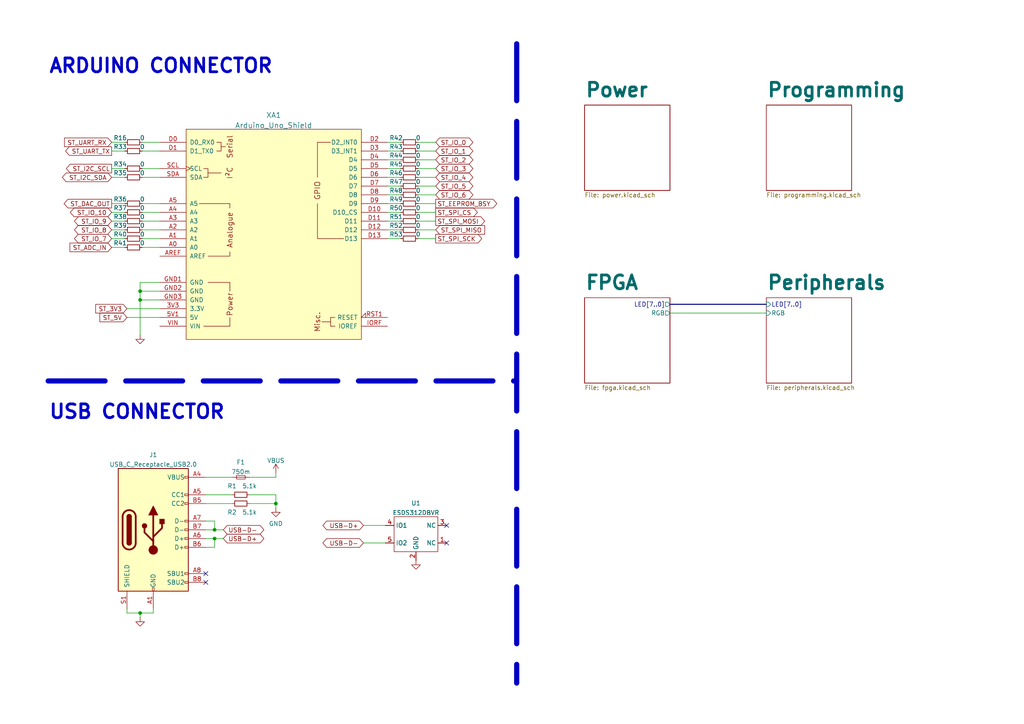
<source format=kicad_sch>
(kicad_sch (version 20230121) (generator eeschema)
  (paper "A4")
  (lib_symbols
    (symbol "Connector:USB_C_Receptacle_USB2.0" (pin_names (offset 1.016))
      (property "Reference" "J" (at -10.16 19.05 0))
      (property "Value" "USB_C_Receptacle_USB2.0" (at 19.05 19.05 0))
      (symbol "USB_C_Receptacle_USB2.0_0_0"
        (rectangle (start -0.254 -17.78) (end 0.254 -16.764))
        (rectangle (start 10.16 -14.986) (end 9.144 -15.494))
        (rectangle (start 10.16 -12.446) (end 9.144 -12.954))
        (rectangle (start 10.16 -4.826) (end 9.144 -5.334))
        (rectangle (start 10.16 -2.286) (end 9.144 -2.794))
        (rectangle (start 10.16 0.254) (end 9.144 -0.254))
        (rectangle (start 10.16 2.794) (end 9.144 2.286))
        (rectangle (start 10.16 7.874) (end 9.144 7.366))
        (rectangle (start 10.16 10.414) (end 9.144 9.906))
        (rectangle (start 10.16 15.494) (end 9.144 14.986))
      )
      (symbol "USB_C_Receptacle_USB2.0_0_1"
        (rectangle (start -10.16 17.78) (end 10.16 -17.78) (stroke (width 0.254)) (fill (type background)))
        (arc (start -8.89 -3.81) (mid -6.985 -5.7067) (end -5.08 -3.81) (stroke (width 0.508)))
        (arc (start -7.62 -3.81) (mid -6.985 -4.4423) (end -6.35 -3.81) (stroke (width 0.254)))
        (arc (start -7.62 -3.81) (mid -6.985 -4.4423) (end -6.35 -3.81) (stroke (width 0.254)) (fill (type outline)))
        (rectangle (start -7.62 -3.81) (end -6.35 3.81) (stroke (width 0.254)) (fill (type outline)))
        (arc (start -6.35 3.81) (mid -6.985 4.4423) (end -7.62 3.81) (stroke (width 0.254)))
        (arc (start -6.35 3.81) (mid -6.985 4.4423) (end -7.62 3.81) (stroke (width 0.254)) (fill (type outline)))
        (arc (start -5.08 3.81) (mid -6.985 5.7067) (end -8.89 3.81) (stroke (width 0.508)))
        (circle (center -2.54 1.143) (radius 0.635) (stroke (width 0.254)) (fill (type outline)))
        (circle (center 0 -5.842) (radius 1.27) (fill (type outline)))
        (polyline (pts (xy -8.89 -3.81) (xy -8.89 3.81)) (stroke (width 0.508)))
        (polyline (pts (xy -5.08 3.81) (xy -5.08 -3.81)) (stroke (width 0.508)))
        (polyline (pts (xy 0 -5.842) (xy 0 4.318)) (stroke (width 0.508)))
        (polyline (pts (xy 0 -3.302) (xy -2.54 -0.762) (xy -2.54 0.508)) (stroke (width 0.508)))
        (polyline (pts (xy 0 -2.032) (xy 2.54 0.508) (xy 2.54 1.778)) (stroke (width 0.508)))
        (polyline (pts (xy -1.27 4.318) (xy 0 6.858) (xy 1.27 4.318) (xy -1.27 4.318)) (stroke (width 0.254)) (fill (type outline)))
        (rectangle (start 1.905 1.778) (end 3.175 3.048) (stroke (width 0.254)) (fill (type outline)))
      )
      (symbol "USB_C_Receptacle_USB2.0_1_1"
        (pin passive line (at 0 -22.86 90) (length 5.08) (name "GND") (number "A1"))
        (pin passive line (at 0 -22.86 90) (length 5.08) hide (name "GND") (number "A12"))
        (pin passive line (at 15.24 15.24 180) (length 5.08) (name "VBUS") (number "A4"))
        (pin bidirectional line (at 15.24 10.16 180) (length 5.08) (name "CC1") (number "A5"))
        (pin bidirectional line (at 15.24 -2.54 180) (length 5.08) (name "D+") (number "A6"))
        (pin bidirectional line (at 15.24 2.54 180) (length 5.08) (name "D-") (number "A7"))
        (pin bidirectional line (at 15.24 -12.7 180) (length 5.08) (name "SBU1") (number "A8"))
        (pin passive line (at 15.24 15.24 180) (length 5.08) hide (name "VBUS") (number "A9"))
        (pin passive line (at 0 -22.86 90) (length 5.08) hide (name "GND") (number "B1"))
        (pin passive line (at 0 -22.86 90) (length 5.08) hide (name "GND") (number "B12"))
        (pin passive line (at 15.24 15.24 180) (length 5.08) hide (name "VBUS") (number "B4"))
        (pin bidirectional line (at 15.24 7.62 180) (length 5.08) (name "CC2") (number "B5"))
        (pin bidirectional line (at 15.24 -5.08 180) (length 5.08) (name "D+") (number "B6"))
        (pin bidirectional line (at 15.24 0 180) (length 5.08) (name "D-") (number "B7"))
        (pin bidirectional line (at 15.24 -15.24 180) (length 5.08) (name "SBU2") (number "B8"))
        (pin passive line (at 15.24 15.24 180) (length 5.08) hide (name "VBUS") (number "B9"))
        (pin passive line (at -7.62 -22.86 90) (length 5.08) (name "SHIELD") (number "S1"))
      )
    )
    (symbol "Device:Fuse_Small" (pin_numbers hide) (pin_names (offset 0.254) hide)
      (property "Reference" "F" (at 0 -1.524 0))
      (property "Value" "Fuse_Small" (at 0 1.524 0))
      (symbol "Fuse_Small_0_1"
        (rectangle (start -1.27 0.508) (end 1.27 -0.508))
        (polyline (pts (xy -1.27 0) (xy 1.27 0)))
      )
      (symbol "Fuse_Small_1_1"
        (pin passive line (at -2.54 0 0) (length 1.27) (name "~") (number "1"))
        (pin passive line (at 2.54 0 180) (length 1.27) (name "~") (number "2"))
      )
    )
    (symbol "Device:R_Small" (pin_numbers hide) (pin_names (offset 0.254) hide)
      (property "Reference" "R" (at 0.762 0.508 0))
      (property "Value" "R_Small" (at 0.762 -1.016 0))
      (symbol "R_Small_0_1"
        (rectangle (start -0.762 1.778) (end 0.762 -1.778) (stroke (width 0.2032)))
      )
      (symbol "R_Small_1_1"
        (pin passive line (at 0 2.54 270) (length 0.762) (name "~") (number "1"))
        (pin passive line (at 0 -2.54 90) (length 0.762) (name "~") (number "2"))
      )
    )
    (symbol "GND_1" (power) (pin_names (offset 0))
      (property "Value" "GND_1" (at 0 -3.81 0))
      (symbol "GND_1_0_1"
        (polyline (pts (xy 0 0) (xy 0 -1.27) (xy 1.27 -1.27) (xy 0 -2.54) (xy -1.27 -1.27) (xy 0 -1.27)))
      )
      (symbol "GND_1_1_1"
        (pin power_in line (at 0 0 270) (length 0) hide (name "GND") (number "1"))
      )
    )
    (symbol "gueg_lib:Arduino_Uno_Custom_Hat" (pin_names (offset 1.016))
      (property "Reference" "XA" (at 2.54 0 90))
      (property "Value" "Arduino_Uno_Custom_Hat" (at -2.54 0 90))
      (symbol "Arduino_Uno_Custom_Hat_0_0"
        (rectangle (start -25.4 30.48) (end 25.4 -30.48) (fill (type background)))
        (rectangle (start -20.32 -26.67) (end -12.7 -26.67))
        (rectangle (start -19.05 -13.97) (end -12.7 -13.97))
        (polyline (pts (xy -19.05 17.78) (xy -15.24 17.78)))
        (polyline (pts (xy -15.24 25.4) (xy -13.97 25.4)))
        (polyline (pts (xy -12.7 -26.67) (xy -12.7 -24.13)))
        (polyline (pts (xy -12.7 -15.24) (xy -12.7 -16.51)))
        (polyline (pts (xy -12.7 -13.97) (xy -12.7 -15.24)))
        (polyline (pts (xy -12.7 -5.08) (xy -12.7 -6.35) (xy -19.05 -6.35)))
        (polyline (pts (xy -12.7 7.62) (xy -12.7 8.89) (xy -21.59 8.89)))
        (polyline (pts (xy 12.7 8.89) (xy 12.7 -1.27) (xy 20.32 -1.27)))
        (polyline (pts (xy 12.7 16.51) (xy 12.7 26.67) (xy 16.51 26.67)))
        (polyline (pts (xy -20.32 19.05) (xy -19.05 19.05) (xy -19.05 16.51) (xy -20.32 16.51)))
        (polyline (pts (xy -16.51 26.67) (xy -15.24 26.67) (xy -15.24 24.13) (xy -16.51 24.13)))
        (rectangle (start 16.51 -25.4) (end 13.97 -25.4))
        (rectangle (start 16.51 -24.13) (end 16.51 -26.67))
        (rectangle (start 17.78 -26.67) (end 16.51 -26.67))
        (rectangle (start 17.78 -24.13) (end 16.51 -24.13))
        (text "Analogue" (at -12.7 1.27 900) (effects (font (size 1.524 1.524))))
        (text "I²C" (at -12.7 17.78 900) (effects (font (size 1.524 1.524))))
        (text "Misc." (at 12.7 -25.4 900) (effects (font (size 1.524 1.524))))
        (text "Power" (at -12.7 -20.32 900) (effects (font (size 1.524 1.524))))
        (text "Serial" (at -12.7 25.4 900) (effects (font (size 1.524 1.524))))
      )
      (symbol "Arduino_Uno_Custom_Hat_1_0"
        (text "GPIO" (at 12.7 12.7 900) (effects (font (size 1.524 1.524))))
      )
      (symbol "Arduino_Uno_Custom_Hat_1_1"
        (pin power_out line (at -33.02 -21.59 0) (length 7.62) (name "3.3V") (number "3V3"))
        (pin power_in line (at -33.02 -24.13 0) (length 7.62) (name "5V") (number "5V1"))
        (pin bidirectional line (at -33.02 -3.81 0) (length 7.62) (name "A0") (number "A0"))
        (pin bidirectional line (at -33.02 -1.27 0) (length 7.62) (name "A1") (number "A1"))
        (pin bidirectional line (at -33.02 1.27 0) (length 7.62) (name "A2") (number "A2"))
        (pin bidirectional line (at -33.02 3.81 0) (length 7.62) (name "A3") (number "A3"))
        (pin bidirectional line (at -33.02 6.35 0) (length 7.62) (name "A4") (number "A4"))
        (pin bidirectional line (at -33.02 8.89 0) (length 7.62) (name "A5") (number "A5"))
        (pin input line (at -33.02 -6.35 0) (length 7.62) (name "AREF") (number "AREF"))
        (pin bidirectional line (at -33.02 26.67 0) (length 7.62) (name "D0_RX0") (number "D0"))
        (pin bidirectional line (at -33.02 24.13 0) (length 7.62) (name "D1_TX0") (number "D1"))
        (pin bidirectional line (at 33.02 6.35 180) (length 7.62) (name "D10_CS") (number "D10"))
        (pin bidirectional line (at 33.02 3.81 180) (length 7.62) (name "D11") (number "D11"))
        (pin bidirectional line (at 33.02 1.27 180) (length 7.62) (name "D12") (number "D12"))
        (pin bidirectional line (at 33.02 -1.27 180) (length 7.62) (name "D13") (number "D13"))
        (pin bidirectional line (at 33.02 26.67 180) (length 7.62) (name "D2_INT0") (number "D2"))
        (pin bidirectional line (at 33.02 24.13 180) (length 7.62) (name "D3_INT1") (number "D3"))
        (pin bidirectional line (at 33.02 21.59 180) (length 7.62) (name "D4") (number "D4"))
        (pin bidirectional line (at 33.02 19.05 180) (length 7.62) (name "D5") (number "D5"))
        (pin bidirectional line (at 33.02 16.51 180) (length 7.62) (name "D6") (number "D6"))
        (pin bidirectional line (at 33.02 13.97 180) (length 7.62) (name "D7") (number "D7"))
        (pin bidirectional line (at 33.02 11.43 180) (length 7.62) (name "D8") (number "D8"))
        (pin bidirectional line (at 33.02 8.89 180) (length 7.62) (name "D9") (number "D9"))
        (pin power_in line (at -33.02 -13.97 0) (length 7.62) (name "GND") (number "GND1"))
        (pin power_in line (at -33.02 -16.51 0) (length 7.62) (name "GND") (number "GND2"))
        (pin power_in line (at -33.02 -19.05 0) (length 7.62) (name "GND") (number "GND3"))
        (pin output line (at 33.02 -26.67 180) (length 7.62) (name "IOREF") (number "IORF"))
        (pin open_collector input_low (at 33.02 -24.13 180) (length 7.62) (name "RESET") (number "RST1"))
        (pin bidirectional clock (at -33.02 19.05 0) (length 7.62) (name "SCL") (number "SCL"))
        (pin bidirectional line (at -33.02 16.51 0) (length 7.62) (name "SDA") (number "SDA"))
        (pin power_in line (at -33.02 -26.67 0) (length 7.62) (name "VIN") (number "VIN"))
      )
    )
    (symbol "gueg_lib:ESDS312DBVR"
      (property "Reference" "U4" (at 0 8.9957 0))
      (property "Value" "ESDS312DBVR" (at 0 6.2206 0))
      (symbol "ESDS312DBVR_0_0"
        (pin free line (at 8.89 -2.54 180) (length 2.54) (name "NC") (number "1"))
        (pin power_in line (at 0 -7.62 90) (length 2.54) (name "GND") (number "2"))
        (pin free line (at 8.89 2.54 180) (length 2.54) (name "NC") (number "3"))
        (pin input line (at -8.89 2.54 0) (length 2.54) (name "IO1") (number "4"))
        (pin input line (at -8.89 -2.54 0) (length 2.54) (name "IO2") (number "5"))
      )
      (symbol "ESDS312DBVR_0_1"
        (rectangle (start -6.35 -5.08) (end 6.35 5.08) (stroke (width 0.1524)))
      )
    )
    (symbol "power:GND" (power) (pin_names (offset 0))
      (property "Value" "GND" (at 0 -3.81 0))
      (symbol "GND_0_1"
        (polyline (pts (xy 0 0) (xy 0 -1.27) (xy 1.27 -1.27) (xy 0 -2.54) (xy -1.27 -1.27) (xy 0 -1.27)))
      )
      (symbol "GND_1_1"
        (pin power_in line (at 0 0 270) (length 0) hide (name "GND") (number "1"))
      )
    )
    (symbol "power:VBUS" (power) (pin_names (offset 0))
      (property "Value" "VBUS" (at 0 3.81 0))
      (symbol "VBUS_0_1"
        (polyline (pts (xy -0.762 1.27) (xy 0 2.54)))
        (polyline (pts (xy 0 0) (xy 0 2.54)))
        (polyline (pts (xy 0 2.54) (xy 0.762 1.27)))
      )
      (symbol "VBUS_1_1"
        (pin power_in line (at 0 0 90) (length 0) hide (name "VBUS") (number "1"))
      )
    )
  )
  (junction (at 40.64 84.455))
  (junction (at 62.23 153.67))
  (junction (at 40.64 177.8))
  (junction (at 40.64 86.995))
  (junction (at 80.01 146.05))
  (junction (at 62.23 156.21))
  (no_connect (at 129.54 157.48))
  (no_connect (at 129.54 152.4))
  (no_connect (at 59.69 166.37))
  (no_connect (at 59.69 168.91))
  (wire (pts (xy 36.83 89.535) (xy 46.355 89.535)))
  (wire (pts (xy 121.285 59.055) (xy 126.365 59.055)))
  (wire (pts (xy 40.64 177.8) (xy 40.64 179.07)))
  (wire (pts (xy 41.275 66.675) (xy 46.355 66.675)))
  (wire (pts (xy 59.69 158.75) (xy 62.23 158.75)))
  (wire (pts (xy 41.275 61.595) (xy 46.355 61.595)))
  (wire (pts (xy 41.275 69.215) (xy 46.355 69.215)))
  (wire (pts (xy 40.64 81.915) (xy 40.64 84.455)))
  (wire (pts (xy 72.39 143.51) (xy 80.01 143.51)))
  (wire (pts (xy 80.01 138.43) (xy 80.01 137.16)))
  (wire (pts (xy 112.395 66.675) (xy 116.205 66.675)))
  (wire (pts (xy 40.64 86.995) (xy 40.64 97.155)))
  (bus (pts (xy 194.31 88.265) (xy 222.25 88.265)))
  (wire (pts (xy 121.285 46.355) (xy 126.365 46.355)))
  (wire (pts (xy 36.83 177.8) (xy 40.64 177.8)))
  (wire (pts (xy 46.355 81.915) (xy 40.64 81.915)))
  (wire (pts (xy 121.285 66.675) (xy 126.365 66.675)))
  (wire (pts (xy 32.385 41.275) (xy 36.195 41.275)))
  (wire (pts (xy 62.23 151.13) (xy 62.23 153.67)))
  (wire (pts (xy 40.64 84.455) (xy 40.64 86.995)))
  (wire (pts (xy 32.385 71.755) (xy 36.195 71.755)))
  (wire (pts (xy 62.23 158.75) (xy 62.23 156.21)))
  (wire (pts (xy 121.285 69.215) (xy 126.365 69.215)))
  (wire (pts (xy 112.395 48.895) (xy 116.205 48.895)))
  (wire (pts (xy 46.355 84.455) (xy 40.64 84.455)))
  (wire (pts (xy 72.39 146.05) (xy 80.01 146.05)))
  (wire (pts (xy 32.385 51.435) (xy 36.195 51.435)))
  (wire (pts (xy 112.395 69.215) (xy 116.205 69.215)))
  (wire (pts (xy 112.395 53.975) (xy 116.205 53.975)))
  (wire (pts (xy 105.41 157.48) (xy 111.76 157.48)))
  (wire (pts (xy 41.275 43.815) (xy 46.355 43.815)))
  (wire (pts (xy 32.385 69.215) (xy 36.195 69.215)))
  (wire (pts (xy 41.275 51.435) (xy 46.355 51.435)))
  (wire (pts (xy 32.385 61.595) (xy 36.195 61.595)))
  (wire (pts (xy 41.275 59.055) (xy 46.355 59.055)))
  (wire (pts (xy 32.385 66.675) (xy 36.195 66.675)))
  (wire (pts (xy 59.69 153.67) (xy 62.23 153.67)))
  (wire (pts (xy 80.01 146.05) (xy 80.01 143.51)))
  (wire (pts (xy 121.285 56.515) (xy 126.365 56.515)))
  (wire (pts (xy 112.395 61.595) (xy 116.205 61.595)))
  (wire (pts (xy 41.275 71.755) (xy 46.355 71.755)))
  (wire (pts (xy 121.285 43.815) (xy 126.365 43.815)))
  (wire (pts (xy 32.385 48.895) (xy 36.195 48.895)))
  (wire (pts (xy 41.275 48.895) (xy 46.355 48.895)))
  (wire (pts (xy 112.395 41.275) (xy 116.205 41.275)))
  (wire (pts (xy 105.41 152.4) (xy 111.76 152.4)))
  (wire (pts (xy 59.69 143.51) (xy 67.31 143.51)))
  (wire (pts (xy 32.385 59.055) (xy 36.195 59.055)))
  (wire (pts (xy 32.385 64.135) (xy 36.195 64.135)))
  (polyline (pts (xy 149.86 12.7) (xy 149.86 198.12)) (stroke (width 1.5) (type dash)))
  (wire (pts (xy 59.69 156.21) (xy 62.23 156.21)))
  (wire (pts (xy 112.395 56.515) (xy 116.205 56.515)))
  (wire (pts (xy 59.69 146.05) (xy 67.31 146.05)))
  (wire (pts (xy 36.83 92.075) (xy 46.355 92.075)))
  (wire (pts (xy 112.395 59.055) (xy 116.205 59.055)))
  (polyline (pts (xy 13.97 110.49) (xy 149.86 110.49)) (stroke (width 1.5) (type dash)))
  (wire (pts (xy 36.83 176.53) (xy 36.83 177.8)))
  (wire (pts (xy 62.23 153.67) (xy 64.77 153.67)))
  (wire (pts (xy 112.395 46.355) (xy 116.205 46.355)))
  (wire (pts (xy 59.69 151.13) (xy 62.23 151.13)))
  (wire (pts (xy 121.285 51.435) (xy 126.365 51.435)))
  (wire (pts (xy 112.395 43.815) (xy 116.205 43.815)))
  (wire (pts (xy 121.285 61.595) (xy 126.365 61.595)))
  (wire (pts (xy 112.395 51.435) (xy 116.205 51.435)))
  (wire (pts (xy 72.39 138.43) (xy 80.01 138.43)))
  (wire (pts (xy 44.45 177.8) (xy 40.64 177.8)))
  (wire (pts (xy 194.31 90.805) (xy 222.25 90.805)))
  (wire (pts (xy 40.64 86.995) (xy 46.355 86.995)))
  (wire (pts (xy 41.275 41.275) (xy 46.355 41.275)))
  (wire (pts (xy 62.23 156.21) (xy 64.77 156.21)))
  (wire (pts (xy 41.275 64.135) (xy 46.355 64.135)))
  (wire (pts (xy 121.285 48.895) (xy 126.365 48.895)))
  (wire (pts (xy 80.01 147.32) (xy 80.01 146.05)))
  (wire (pts (xy 44.45 177.8) (xy 44.45 176.53)))
  (wire (pts (xy 59.69 138.43) (xy 67.31 138.43)))
  (wire (pts (xy 121.285 53.975) (xy 126.365 53.975)))
  (wire (pts (xy 121.285 41.275) (xy 126.365 41.275)))
  (wire (pts (xy 32.385 43.815) (xy 36.195 43.815)))
  (wire (pts (xy 112.395 64.135) (xy 116.205 64.135)))
  (wire (pts (xy 121.285 64.135) (xy 126.365 64.135)))
  (text "USB CONNECTOR" (at 13.97 121.92 0) (effects (font (size 4 4) (thickness 0.8) bold) (justify left bottom)))
  (text "ARDUINO CONNECTOR" (at 13.97 21.59 0) (effects (font (size 4 4) (thickness 0.8) bold) (justify left bottom)))
  (global_label "USB-D+" (shape bidirectional) (at 64.77 156.21 0) (property "Intersheetrefs" "${INTERSHEET_REFS}" (effects hide)))
  (global_label "ST_I2C_SCL" (shape output) (at 32.385 48.895 180) (property "Intersheetrefs" "${INTERSHEET_REFS}" (effects hide)))
  (global_label "ST_UART_TX" (shape output) (at 32.385 43.815 180) (property "Intersheetrefs" "${INTERSHEET_REFS}" (effects hide)))
  (global_label "ST_IO_1" (shape bidirectional) (at 126.365 43.815 0) (property "Intersheetrefs" "${INTERSHEET_REFS}" (effects hide)))
  (global_label "USB-D+" (shape bidirectional) (at 105.41 152.4 180) (property "Intersheetrefs" "${INTERSHEET_REFS}" (effects hide)))
  (global_label "ST_IO_2" (shape bidirectional) (at 126.365 46.355 0) (property "Intersheetrefs" "${INTERSHEET_REFS}" (effects hide)))
  (global_label "ST_IO_0" (shape bidirectional) (at 126.365 41.275 0) (property "Intersheetrefs" "${INTERSHEET_REFS}" (effects hide)))
  (global_label "ST_DAC_OUT" (shape output) (at 32.385 59.055 180) (property "Intersheetrefs" "${INTERSHEET_REFS}" (effects hide)))
  (global_label "ST_UART_RX" (shape input) (at 32.385 41.275 180) (property "Intersheetrefs" "${INTERSHEET_REFS}" (effects hide)))
  (global_label "USB-D-" (shape bidirectional) (at 64.77 153.67 0) (property "Intersheetrefs" "${INTERSHEET_REFS}" (effects hide)))
  (global_label "ST_SPI_CS" (shape output) (at 126.365 61.595 0) (property "Intersheetrefs" "${INTERSHEET_REFS}" (effects hide)))
  (global_label "ST_IO_5" (shape bidirectional) (at 126.365 53.975 0) (property "Intersheetrefs" "${INTERSHEET_REFS}" (effects hide)))
  (global_label "ST_EEPROM_BSY" (shape output) (at 126.365 59.055 0) (property "Intersheetrefs" "${INTERSHEET_REFS}" (effects hide)))
  (global_label "ST_IO_3" (shape bidirectional) (at 126.365 48.895 0) (property "Intersheetrefs" "${INTERSHEET_REFS}" (effects hide)))
  (global_label "ST_IO_9" (shape bidirectional) (at 32.385 64.135 180) (property "Intersheetrefs" "${INTERSHEET_REFS}" (effects hide)))
  (global_label "ST_IO_10" (shape bidirectional) (at 32.385 61.595 180) (property "Intersheetrefs" "${INTERSHEET_REFS}" (effects hide)))
  (global_label "ST_ADC_IN" (shape input) (at 32.385 71.755 180) (property "Intersheetrefs" "${INTERSHEET_REFS}" (effects hide)))
  (global_label "ST_3V3" (shape input) (at 36.83 89.535 180) (property "Intersheetrefs" "${INTERSHEET_REFS}" (effects hide)))
  (global_label "ST_SPI_MOSI" (shape output) (at 126.365 64.135 0) (property "Intersheetrefs" "${INTERSHEET_REFS}" (effects hide)))
  (global_label "ST_I2C_SDA" (shape bidirectional) (at 32.385 51.435 180) (property "Intersheetrefs" "${INTERSHEET_REFS}" (effects hide)))
  (global_label "ST_SPI_SCK" (shape output) (at 126.365 69.215 0) (property "Intersheetrefs" "${INTERSHEET_REFS}" (effects hide)))
  (global_label "ST_IO_7" (shape bidirectional) (at 32.385 69.215 180) (property "Intersheetrefs" "${INTERSHEET_REFS}" (effects hide)))
  (global_label "USB-D-" (shape bidirectional) (at 105.41 157.48 180) (property "Intersheetrefs" "${INTERSHEET_REFS}" (effects hide)))
  (global_label "ST_SPI_MISO" (shape input) (at 126.365 66.675 0) (property "Intersheetrefs" "${INTERSHEET_REFS}" (effects hide)))
  (global_label "ST_IO_4" (shape bidirectional) (at 126.365 51.435 0) (property "Intersheetrefs" "${INTERSHEET_REFS}" (effects hide)))
  (global_label "ST_IO_8" (shape bidirectional) (at 32.385 66.675 180) (property "Intersheetrefs" "${INTERSHEET_REFS}" (effects hide)))
  (global_label "ST_IO_6" (shape bidirectional) (at 126.365 56.515 0) (property "Intersheetrefs" "${INTERSHEET_REFS}" (effects hide)))
  (global_label "ST_5V" (shape input) (at 36.83 92.075 180) (property "Intersheetrefs" "${INTERSHEET_REFS}" (effects hide)))
  (symbol (lib_id "Device:R_Small") (at 38.735 61.595 90) (unit 1)
    (property "Reference" "R37" (at 36.83 60.325 90) (effects (justify left)))
    (property "Value" "0" (at 41.275 60.325 90))
    (property "Footprint" "Resistor_SMD:R_0402_1005Metric" (effects hide))
    (property "Price" "0" (effects hide))
    (property "Store Ref" "652-CR0402AJ/-000GAS" (effects hide))
    (property "Stock" "86" (effects hide))
  )
  (symbol (lib_id "Device:R_Small") (at 38.735 66.675 90) (unit 1)
    (property "Reference" "R39" (at 36.83 65.405 90) (effects (justify left)))
    (property "Value" "0" (at 41.275 65.405 90))
    (property "Footprint" "Resistor_SMD:R_0402_1005Metric" (effects hide))
    (property "Price" "0" (effects hide))
    (property "Store Ref" "652-CR0402AJ/-000GAS" (effects hide))
    (property "Stock" "86" (effects hide))
  )
  (symbol (lib_id "power:GND") (at 120.65 162.56 0) (unit 1)
    (property "Reference" "#PWR04" (effects hide))
    (property "Value" "GND" (effects hide))
  )
  (symbol (lib_id "Device:R_Small") (at 38.735 59.055 90) (unit 1)
    (property "Reference" "R36" (at 36.83 57.785 90) (effects (justify left)))
    (property "Value" "0" (at 41.275 57.785 90))
    (property "Footprint" "Resistor_SMD:R_0402_1005Metric" (effects hide))
    (property "Price" "0" (effects hide))
    (property "Store Ref" "652-CR0402AJ/-000GAS" (effects hide))
    (property "Stock" "86" (effects hide))
  )
  (symbol (lib_id "Device:R_Small") (at 118.745 59.055 90) (unit 1)
    (property "Reference" "R49" (at 116.84 57.785 90) (effects (justify left)))
    (property "Value" "0" (at 121.285 57.785 90))
    (property "Footprint" "Resistor_SMD:R_0402_1005Metric" (effects hide))
    (property "Price" "0" (effects hide))
    (property "Store Ref" "652-CR0402AJ/-000GAS" (effects hide))
    (property "Stock" "86" (effects hide))
  )
  (symbol (lib_id "Device:Fuse_Small") (at 69.85 138.43 0) (unit 1)
    (property "Reference" "F1" (at 69.85 134.0825 0))
    (property "Value" "750m" (at 69.85 136.8576 0))
    (property "Footprint" "Fuse:Fuse_0603_1608Metric" (effects hide))
    (property "Price" "0,38" (effects hide))
    (property "Store Ref" "504-CC06FA750MA-TR " (effects hide))
  )
  (symbol (lib_id "Device:R_Small") (at 118.745 66.675 90) (unit 1)
    (property "Reference" "R52" (at 116.84 65.405 90) (effects (justify left)))
    (property "Value" "0" (at 121.285 65.405 90))
    (property "Footprint" "Resistor_SMD:R_0402_1005Metric" (effects hide))
    (property "Price" "0" (effects hide))
    (property "Store Ref" "652-CR0402AJ/-000GAS" (effects hide))
    (property "Stock" "86" (effects hide))
  )
  (symbol (lib_id "Device:R_Small") (at 118.745 46.355 90) (unit 1)
    (property "Reference" "R44" (at 116.84 45.085 90) (effects (justify left)))
    (property "Value" "0" (at 121.285 45.085 90))
    (property "Footprint" "Resistor_SMD:R_0402_1005Metric" (effects hide))
    (property "Price" "0" (effects hide))
    (property "Store Ref" "652-CR0402AJ/-000GAS" (effects hide))
    (property "Stock" "86" (effects hide))
  )
  (symbol (lib_name "GND_1") (lib_id "power:GND") (at 40.64 97.155 0) (unit 1)
    (property "Reference" "#PWR0136" (effects hide))
    (property "Value" "GND" (effects hide))
  )
  (symbol (lib_id "Device:R_Small") (at 118.745 53.975 90) (unit 1)
    (property "Reference" "R47" (at 116.84 52.705 90) (effects (justify left)))
    (property "Value" "0" (at 121.285 52.705 90))
    (property "Footprint" "Resistor_SMD:R_0402_1005Metric" (effects hide))
    (property "Price" "0" (effects hide))
    (property "Store Ref" "652-CR0402AJ/-000GAS" (effects hide))
    (property "Stock" "86" (effects hide))
  )
  (symbol (lib_id "Device:R_Small") (at 118.745 48.895 90) (unit 1)
    (property "Reference" "R45" (at 116.84 47.625 90) (effects (justify left)))
    (property "Value" "0" (at 121.285 47.625 90))
    (property "Footprint" "Resistor_SMD:R_0402_1005Metric" (effects hide))
    (property "Price" "0" (effects hide))
    (property "Store Ref" "652-CR0402AJ/-000GAS" (effects hide))
    (property "Stock" "86" (effects hide))
  )
  (symbol (lib_id "Device:R_Small") (at 38.735 69.215 90) (unit 1)
    (property "Reference" "R40" (at 36.83 67.945 90) (effects (justify left)))
    (property "Value" "0" (at 41.275 67.945 90))
    (property "Footprint" "Resistor_SMD:R_0402_1005Metric" (effects hide))
    (property "Price" "0" (effects hide))
    (property "Store Ref" "652-CR0402AJ/-000GAS" (effects hide))
    (property "Stock" "86" (effects hide))
  )
  (symbol (lib_id "Device:R_Small") (at 69.85 146.05 90) (unit 1)
    (property "Reference" "R2" (at 67.31 148.59 90))
    (property "Value" "5.1k" (at 72.39 148.59 90))
    (property "Footprint" "Resistor_SMD:R_0402_1005Metric" (effects hide))
    (property "Price" "0,09" (effects hide))
    (property "Store Ref" "667-ERJ-2RKF5101X " (effects hide))
  )
  (symbol (lib_id "gueg_lib:ESDS312DBVR") (at 120.65 154.94 0) (unit 1)
    (property "Reference" "U1" (at 120.65 145.9443 0))
    (property "Value" "ESDS312DBVR" (at 120.65 148.7194 0))
    (property "Footprint" "Package_TO_SOT_SMD:SOT-23-5" (effects hide))
    (property "Price" "0,58" (effects hide))
    (property "Store Ref" "595-ESDS312DBVR" (effects hide))
  )
  (symbol (lib_id "Device:R_Small") (at 118.745 69.215 90) (unit 1)
    (property "Reference" "R53" (at 116.84 67.945 90) (effects (justify left)))
    (property "Value" "0" (at 121.285 67.945 90))
    (property "Footprint" "Resistor_SMD:R_0402_1005Metric" (effects hide))
    (property "Price" "0" (effects hide))
    (property "Store Ref" "652-CR0402AJ/-000GAS" (effects hide))
    (property "Stock" "86" (effects hide))
  )
  (symbol (lib_id "power:GND") (at 80.01 147.32 0) (unit 1)
    (property "Reference" "#PWR03" (effects hide))
    (property "Value" "GND" (at 80.01 151.8825 0))
  )
  (symbol (lib_id "Device:R_Small") (at 118.745 56.515 90) (unit 1)
    (property "Reference" "R48" (at 116.84 55.245 90) (effects (justify left)))
    (property "Value" "0" (at 121.285 55.245 90))
    (property "Footprint" "Resistor_SMD:R_0402_1005Metric" (effects hide))
    (property "Price" "0" (effects hide))
    (property "Store Ref" "652-CR0402AJ/-000GAS" (effects hide))
    (property "Stock" "86" (effects hide))
  )
  (symbol (lib_id "Device:R_Small") (at 38.735 48.895 90) (unit 1)
    (property "Reference" "R34" (at 36.83 47.625 90) (effects (justify left)))
    (property "Value" "0" (at 41.275 47.625 90))
    (property "Footprint" "Resistor_SMD:R_0402_1005Metric" (effects hide))
    (property "Price" "0" (effects hide))
    (property "Store Ref" "652-CR0402AJ/-000GAS" (effects hide))
    (property "Stock" "86" (effects hide))
  )
  (symbol (lib_id "gueg_lib:Arduino_Uno_Custom_Hat") (at 79.375 67.945 0) (unit 1)
    (property "Reference" "XA1" (at 79.375 33.3809 0) (effects (font (size 1.524 1.524))))
    (property "Value" "Arduino_Uno_Shield" (at 79.375 36.3743 0) (effects (font (size 1.524 1.524))))
    (property "Footprint" "gueg_lib:Arduino_Uno_Custom_Hat" (effects hide))
    (property "Datasheet" "https://docs.arduino.cc/hardware/uno-rev3" (effects hide))
    (property "Price" "0,8" (effects hide))
    (property "Store Ref" "200-TSW11007TS---QTY4" (effects hide))
  )
  (symbol (lib_id "Device:R_Small") (at 38.735 71.755 90) (unit 1)
    (property "Reference" "R41" (at 36.83 70.485 90) (effects (justify left)))
    (property "Value" "0" (at 41.275 70.485 90))
    (property "Footprint" "Resistor_SMD:R_0402_1005Metric" (effects hide))
    (property "Price" "0" (effects hide))
    (property "Store Ref" "652-CR0402AJ/-000GAS" (effects hide))
    (property "Stock" "86" (effects hide))
  )
  (symbol (lib_id "power:VBUS") (at 80.01 137.16 0) (unit 1)
    (property "Reference" "#PWR0143" (effects hide))
    (property "Value" "VBUS" (at 80.01 133.5842 0))
  )
  (symbol (lib_id "Device:R_Small") (at 38.735 43.815 90) (unit 1)
    (property "Reference" "R33" (at 36.83 42.545 90) (effects (justify left)))
    (property "Value" "0" (at 41.275 42.545 90))
    (property "Footprint" "Resistor_SMD:R_0402_1005Metric" (effects hide))
    (property "Price" "0" (effects hide))
    (property "Store Ref" "652-CR0402AJ/-000GAS" (effects hide))
    (property "Stock" "86" (effects hide))
  )
  (symbol (lib_id "Device:R_Small") (at 118.745 41.275 90) (unit 1)
    (property "Reference" "R42" (at 116.84 40.005 90) (effects (justify left)))
    (property "Value" "0" (at 121.285 40.005 90))
    (property "Footprint" "Resistor_SMD:R_0402_1005Metric" (effects hide))
    (property "Price" "0" (effects hide))
    (property "Store Ref" "652-CR0402AJ/-000GAS" (effects hide))
    (property "Stock" "86" (effects hide))
  )
  (symbol (lib_id "Device:R_Small") (at 38.735 64.135 90) (unit 1)
    (property "Reference" "R38" (at 36.83 62.865 90) (effects (justify left)))
    (property "Value" "0" (at 41.275 62.865 90))
    (property "Footprint" "Resistor_SMD:R_0402_1005Metric" (effects hide))
    (property "Price" "0" (effects hide))
    (property "Store Ref" "652-CR0402AJ/-000GAS" (effects hide))
    (property "Stock" "86" (effects hide))
  )
  (symbol (lib_id "Device:R_Small") (at 118.745 51.435 90) (unit 1)
    (property "Reference" "R46" (at 116.84 50.165 90) (effects (justify left)))
    (property "Value" "0" (at 121.285 50.165 90))
    (property "Footprint" "Resistor_SMD:R_0402_1005Metric" (effects hide))
    (property "Price" "0" (effects hide))
    (property "Store Ref" "652-CR0402AJ/-000GAS" (effects hide))
    (property "Stock" "86" (effects hide))
  )
  (symbol (lib_id "Connector:USB_C_Receptacle_USB2.0") (at 44.45 153.67 0) (unit 1)
    (property "Reference" "J1" (at 44.45 131.9235 0))
    (property "Value" "USB_C_Receptacle_USB2.0" (at 44.45 134.6986 0))
    (property "Footprint" "gueg_lib:USB_C_Molex_216990-0002" (effects hide))
    (property "Datasheet" "https://www.molex.com/pdm_docs/sd/2169900002_sd.pdf" (effects hide))
    (property "Store Ref" "538-216990-0002 " (effects hide))
    (property "Price" "0" (effects hide))
    (property "Stock" "1" (effects hide))
  )
  (symbol (lib_id "power:GND") (at 40.64 179.07 0) (unit 1)
    (property "Reference" "#PWR01" (effects hide))
    (property "Value" "GND" (effects hide))
  )
  (symbol (lib_id "Device:R_Small") (at 38.735 51.435 90) (unit 1)
    (property "Reference" "R35" (at 36.83 50.165 90) (effects (justify left)))
    (property "Value" "0" (at 41.275 50.165 90))
    (property "Footprint" "Resistor_SMD:R_0402_1005Metric" (effects hide))
    (property "Price" "0" (effects hide))
    (property "Store Ref" "652-CR0402AJ/-000GAS" (effects hide))
    (property "Stock" "86" (effects hide))
  )
  (symbol (lib_id "Device:R_Small") (at 38.735 41.275 90) (unit 1)
    (property "Reference" "R16" (at 36.83 40.005 90) (effects (justify left)))
    (property "Value" "0" (at 41.275 40.005 90))
    (property "Footprint" "Resistor_SMD:R_0402_1005Metric" (effects hide))
    (property "Price" "0" (effects hide))
    (property "Store Ref" "652-CR0402AJ/-000GAS" (effects hide))
    (property "Stock" "86" (effects hide))
  )
  (symbol (lib_id "Device:R_Small") (at 118.745 61.595 90) (unit 1)
    (property "Reference" "R50" (at 116.84 60.325 90) (effects (justify left)))
    (property "Value" "0" (at 121.285 60.325 90))
    (property "Footprint" "Resistor_SMD:R_0402_1005Metric" (effects hide))
    (property "Price" "0" (effects hide))
    (property "Store Ref" "652-CR0402AJ/-000GAS" (effects hide))
    (property "Stock" "86" (effects hide))
  )
  (symbol (lib_id "Device:R_Small") (at 118.745 64.135 90) (unit 1)
    (property "Reference" "R51" (at 116.84 62.865 90) (effects (justify left)))
    (property "Value" "0" (at 121.285 62.865 90))
    (property "Footprint" "Resistor_SMD:R_0402_1005Metric" (effects hide))
    (property "Price" "0" (effects hide))
    (property "Store Ref" "652-CR0402AJ/-000GAS" (effects hide))
    (property "Stock" "86" (effects hide))
  )
  (symbol (lib_id "Device:R_Small") (at 118.745 43.815 90) (unit 1)
    (property "Reference" "R43" (at 116.84 42.545 90) (effects (justify left)))
    (property "Value" "0" (at 121.285 42.545 90))
    (property "Footprint" "Resistor_SMD:R_0402_1005Metric" (effects hide))
    (property "Price" "0" (effects hide))
    (property "Store Ref" "652-CR0402AJ/-000GAS" (effects hide))
    (property "Stock" "86" (effects hide))
  )
  (symbol (lib_id "Device:R_Small") (at 69.85 143.51 90) (unit 1)
    (property "Reference" "R1" (at 67.31 140.97 90))
    (property "Value" "5.1k" (at 72.39 140.97 90))
    (property "Footprint" "Resistor_SMD:R_0402_1005Metric" (effects hide))
    (property "Price" "0,09" (effects hide))
    (property "Store Ref" "667-ERJ-2RKF5101X " (effects hide))
  )
  (sheet (at 169.545 30.48) (size 24.765 24.765) (stroke (width 0.1524))
    (property "Sheetname" "Power" (at 169.545 28.4034 0) (effects (font (size 4 4) bold) (justify left bottom)))
    (property "Sheetfile" "power.kicad_sch" (at 169.545 55.8296 0) (effects (justify left top)))
  )
  (sheet (at 222.25 86.36) (size 24.765 24.765) (stroke (width 0.1524))
    (property "Sheetname" "Peripherals" (at 222.25 84.2834 0) (effects (font (size 4 4) bold) (justify left bottom)))
    (property "Sheetfile" "peripherals.kicad_sch" (at 222.25 111.7096 0) (effects (justify left top)))
    (pin "LED[7..0]" input (at 222.25 88.265 180))
    (pin "RGB" input (at 222.25 90.805 180))
  )
  (sheet (at 169.545 86.36) (size 24.765 24.765) (stroke (width 0.1524))
    (property "Sheetname" "FPGA" (at 169.545 84.2834 0) (effects (font (size 4 4) bold) (justify left bottom)))
    (property "Sheetfile" "fpga.kicad_sch" (at 169.545 111.7096 0) (effects (justify left top)))
    (pin "RGB" output (at 194.31 90.805 0))
    (pin "LED[7..0]" output (at 194.31 88.265 0))
  )
  (sheet (at 222.25 30.48) (size 24.765 24.765) (stroke (width 0.1524))
    (property "Sheetname" "Programming" (at 222.25 28.4034 0) (effects (font (size 4 4) bold) (justify left bottom)))
    (property "Sheetfile" "programming.kicad_sch" (at 222.25 55.8296 0) (effects (justify left top)))
  )
)
</source>
